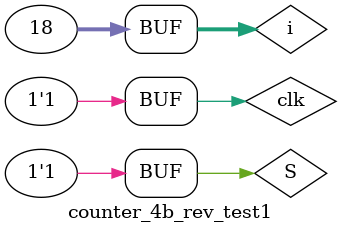
<source format=v>
`timescale 1ns / 1ps
module counter_4b_rev_test1(

    );
    reg clk,S;
    wire [15:0]cnt;
    wire Rc;
    integer i;
    counter_4b_rev test1(clk,S,cnt,Rc);
    initial begin
        S=0;
        for(i=0;i<18;i=i+1)begin
            clk=0;
            #50;
            clk=1;
            #50;
        end
        S=1;
        for(i=0;i<18;i=i+1)begin
            clk=0;
            #50;
            clk=1;
            #50;
        end
    end

endmodule

</source>
